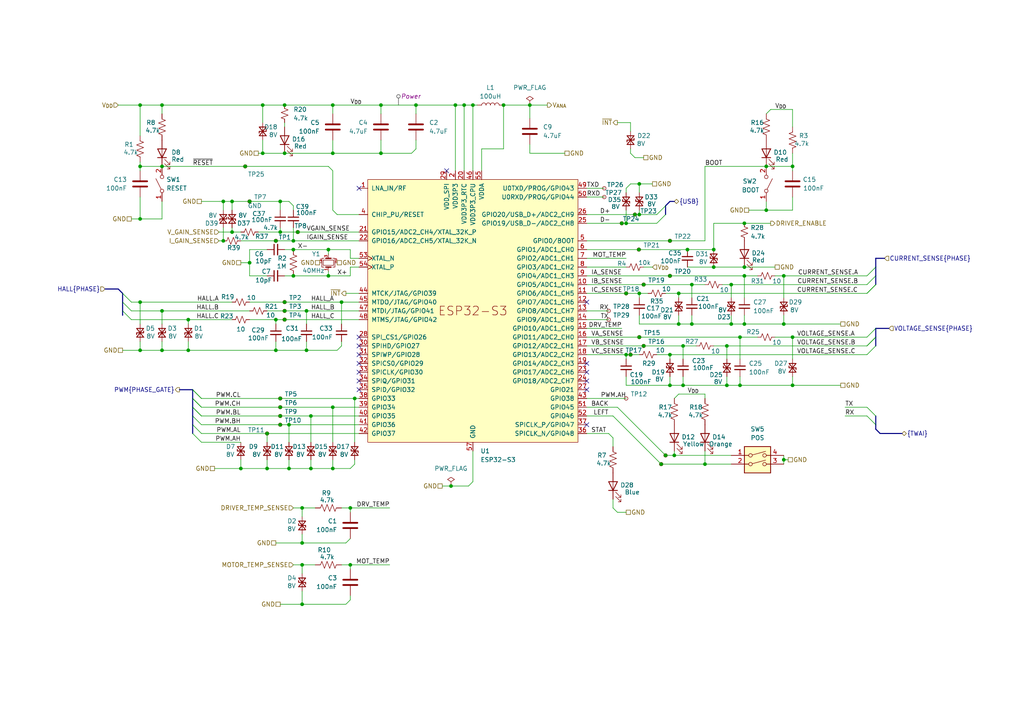
<source format=kicad_sch>
(kicad_sch (version 20231120) (generator "eeschema") (generator_version "8.0")
  (paper "A4")
  (title_block (title "Motor Controller") (date "2024-04-04") (rev "0.1.1") (company "Nebula Labs") (comment 1 "Author: Orion Serup") (comment 2 "CC BY-SA"))
  (bus_alias "I2C" (members "SDA" "SCL"))
  (bus_alias "PHASE" (members "A" "B" "C"))
  (bus_alias "PHASE_GATE" (members "AH" "AL" "BH" "BL" "CH" "CL"))
  (bus_alias "TWAI" (members "TX" "RX"))
  (bus_alias "UART" (members "TX" "RX"))
  (bus_alias "USB" (members "D-" "D+"))
  (junction (at 200.66 82.55))
  (junction (at 215.9 93.98))
  (junction (at 82.55 87.63))
  (junction (at 82.55 44.45))
  (junction (at 83.82 123.19))
  (junction (at 67.31 67.31))
  (junction (at 40.64 63.5))
  (junction (at 76.2 30.48))
  (junction (at 229.87 97.79))
  (junction (at 90.17 120.65))
  (junction (at 95.25 80.01))
  (junction (at 81.28 67.31))
  (junction (at 69.85 135.89))
  (junction (at 185.42 85.09))
  (junction (at 85.09 80.01))
  (junction (at 83.82 135.89))
  (junction (at 80.01 92.71))
  (junction (at 110.49 44.45))
  (junction (at 214.63 111.76))
  (junction (at 181.61 85.09))
  (junction (at 54.61 92.71))
  (junction (at 81.28 58.42))
  (junction (at 46.99 48.26))
  (junction (at 204.47 134.62))
  (junction (at 102.87 115.57))
  (junction (at 86.36 67.31))
  (junction (at 229.87 111.76))
  (junction (at 153.67 30.48))
  (junction (at 85.09 72.39))
  (junction (at 87.63 175.26))
  (junction (at 64.77 58.42))
  (junction (at 185.42 97.79))
  (junction (at 180.34 64.77))
  (junction (at 81.28 115.57))
  (junction (at 81.28 123.19))
  (junction (at 186.69 82.55))
  (junction (at 40.64 30.48))
  (junction (at 181.61 64.77))
  (junction (at 90.17 135.89))
  (junction (at 110.49 30.48))
  (junction (at 207.01 72.39))
  (junction (at 215.9 80.01))
  (junction (at 200.66 93.98))
  (junction (at 191.77 134.62))
  (junction (at 186.69 100.33))
  (junction (at 195.58 132.08))
  (junction (at 199.39 72.39))
  (junction (at 194.31 69.85))
  (junction (at 198.12 111.76))
  (junction (at 40.64 48.26))
  (junction (at 81.28 120.65))
  (junction (at 82.55 30.48))
  (junction (at 101.6 147.32))
  (junction (at 120.65 30.48))
  (junction (at 88.9 101.6))
  (junction (at 76.2 44.45))
  (junction (at 227.33 80.01))
  (junction (at 222.25 48.26))
  (junction (at 95.25 72.39))
  (junction (at 193.04 132.08))
  (junction (at 137.16 30.48))
  (junction (at 207.01 77.47))
  (junction (at 46.99 90.17))
  (junction (at 40.64 87.63))
  (junction (at 77.47 135.89))
  (junction (at 87.63 147.32))
  (junction (at 227.33 133.35))
  (junction (at 196.85 85.09))
  (junction (at 215.9 64.77))
  (junction (at 54.61 101.6))
  (junction (at 80.01 69.85))
  (junction (at 215.9 77.47))
  (junction (at 196.85 93.98))
  (junction (at 181.61 102.87))
  (junction (at 130.81 140.97))
  (junction (at 72.39 76.2))
  (junction (at 71.12 48.26))
  (junction (at 229.87 48.26))
  (junction (at 46.99 30.48))
  (junction (at 194.31 80.01))
  (junction (at 72.39 58.42))
  (junction (at 77.47 125.73))
  (junction (at 214.63 97.79))
  (junction (at 212.09 82.55))
  (junction (at 96.52 30.48))
  (junction (at 87.63 163.83))
  (junction (at 85.09 69.85))
  (junction (at 82.55 92.71))
  (junction (at 96.52 118.11))
  (junction (at 99.06 87.63))
  (junction (at 88.9 90.17))
  (junction (at 227.33 93.98))
  (junction (at 64.77 69.85))
  (junction (at 184.15 62.23))
  (junction (at 67.31 58.42))
  (junction (at 185.42 62.23))
  (junction (at 146.05 30.48))
  (junction (at 101.6 163.83))
  (junction (at 87.63 157.48))
  (junction (at 40.64 101.6))
  (junction (at 210.82 100.33))
  (junction (at 198.12 100.33))
  (junction (at 96.52 44.45))
  (junction (at 194.31 102.87))
  (junction (at 210.82 111.76))
  (junction (at 80.01 101.6))
  (junction (at 182.88 102.87))
  (junction (at 96.52 135.89))
  (junction (at 46.99 101.6))
  (junction (at 185.42 53.34))
  (junction (at 132.08 30.48))
  (junction (at 185.2993 72.39))
  (junction (at 82.55 90.17))
  (junction (at 212.09 93.98))
  (junction (at 81.28 118.11))
  (junction (at 134.62 30.48))
  (junction (at 222.25 60.96))
  (junction (at 194.31 111.76))
  (no_connect (at 104.14 107.95))
  (no_connect (at 170.18 123.19))
  (no_connect (at 104.14 102.87))
  (no_connect (at 104.14 110.49))
  (no_connect (at 170.18 107.95))
  (no_connect (at 104.14 105.41))
  (no_connect (at 104.14 54.61))
  (no_connect (at 170.18 105.41))
  (no_connect (at 170.18 110.49))
  (no_connect (at 104.14 100.33))
  (no_connect (at 170.18 87.63))
  (no_connect (at 170.18 113.03))
  (no_connect (at 104.14 97.79))
  (no_connect (at 104.14 113.03))
  (no_connect (at 129.54 49.53))
  (bus_entry (at 254 97.79) (size -2.54 2.54))
  (bus_entry (at 193.04 59.69) (size -2.54 2.54))
  (bus_entry (at 254 77.47) (size -2.54 2.54))
  (bus_entry (at 254 100.33) (size -2.54 2.54))
  (bus_entry (at 193.04 62.23) (size -2.54 2.54))
  (bus_entry (at 55.88 118.11) (size 2.54 2.54))
  (bus_entry (at 55.88 118.11) (size 2.54 2.54))
  (bus_entry (at 254 95.25) (size -2.54 2.54))
  (bus_entry (at 55.88 113.03) (size 2.54 2.54))
  (bus_entry (at 55.88 115.57) (size 2.54 2.54))
  (bus_entry (at 254 120.65) (size -2.54 -2.54))
  (bus_entry (at 35.56 87.63) (size 2.54 2.54))
  (bus_entry (at 254 82.55) (size -2.54 2.54))
  (bus_entry (at 35.56 90.17) (size 2.54 2.54))
  (bus_entry (at 55.88 113.03) (size 2.54 2.54))
  (bus_entry (at 254 123.19) (size -2.54 -2.54))
  (bus_entry (at 35.56 85.09) (size 2.54 2.54))
  (bus_entry (at 55.88 125.73) (size 2.54 2.54))
  (bus_entry (at 55.88 123.19) (size 2.54 2.54))
  (bus_entry (at 254 80.01) (size -2.54 2.54))
  (bus_entry (at 55.88 120.65) (size 2.54 2.54))
  (bus_entry (at 254 82.55) (size -2.54 2.54))
  (bus_entry (at 254 97.79) (size -2.54 2.54))
  (bus_entry (at 55.88 115.57) (size 2.54 2.54))
  (wire (pts (xy 80.01 92.71) (xy 82.55 92.71)))
  (wire (pts (xy 54.61 101.6) (xy 80.01 101.6)))
  (wire (pts (xy 224.79 97.79) (xy 229.87 97.79)))
  (wire (pts (xy 99.06 99.06) (xy 99.06 100.33)))
  (wire (pts (xy 101.6 77.47) (xy 104.14 77.47)))
  (wire (pts (xy 207.01 77.47) (xy 215.9 77.47)))
  (wire (pts (xy 200.66 91.44) (xy 200.66 93.98)))
  (wire (pts (xy 67.31 58.42) (xy 67.31 60.96)))
  (wire (pts (xy 72.39 92.71) (xy 80.01 92.71)))
  (wire (pts (xy 58.42 58.42) (xy 64.77 58.42)))
  (wire (pts (xy 46.99 30.48) (xy 46.99 33.02)))
  (wire (pts (xy 96.52 135.89) (xy 101.6 135.89)))
  (wire (pts (xy 200.66 82.55) (xy 204.47 82.55)))
  (wire (pts (xy 90.17 133.35) (xy 90.17 135.89)))
  (bus (pts (xy 254 97.79) (xy 254 100.33)))
  (wire (pts (xy 34.29 30.48) (xy 40.64 30.48)))
  (wire (pts (xy 227.33 133.35) (xy 228.6 133.35)))
  (wire (pts (xy 96.52 40.64) (xy 96.52 44.45)))
  (wire (pts (xy 110.49 30.48) (xy 110.49 33.02)))
  (wire (pts (xy 245.11 120.65) (xy 251.46 120.65)))
  (wire (pts (xy 99.06 87.63) (xy 99.06 93.98)))
  (wire (pts (xy 194.31 109.22) (xy 194.31 111.76)))
  (wire (pts (xy 46.99 48.26) (xy 71.12 48.26)))
  (wire (pts (xy 200.66 82.55) (xy 200.66 86.36)))
  (wire (pts (xy 181.61 102.87) (xy 182.88 102.87)))
  (bus (pts (xy 35.56 85.09) (xy 35.56 87.63)))
  (wire (pts (xy 214.63 97.79) (xy 219.71 97.79)))
  (wire (pts (xy 87.63 154.94) (xy 87.63 157.48)))
  (wire (pts (xy 204.47 48.26) (xy 222.25 48.26)))
  (wire (pts (xy 186.69 77.47) (xy 189.23 77.47)))
  (wire (pts (xy 196.85 85.09) (xy 251.46 85.09)))
  (wire (pts (xy 38.1 63.5) (xy 40.64 63.5)))
  (wire (pts (xy 184.15 45.72) (xy 182.88 44.45)))
  (wire (pts (xy 132.08 30.48) (xy 132.08 49.53)))
  (wire (pts (xy 212.09 82.55) (xy 212.09 86.36)))
  (wire (pts (xy 81.28 123.19) (xy 83.82 123.19)))
  (wire (pts (xy 212.09 82.55) (xy 251.46 82.55)))
  (wire (pts (xy 95.25 80.01) (xy 101.6 80.01)))
  (wire (pts (xy 83.82 135.89) (xy 90.17 135.89)))
  (wire (pts (xy 101.6 135.89) (xy 102.87 134.62)))
  (wire (pts (xy 153.67 30.48) (xy 158.75 30.48)))
  (wire (pts (xy 229.87 31.75) (xy 229.87 36.83)))
  (wire (pts (xy 179.07 118.11) (xy 193.04 132.08)))
  (bus (pts (xy 35.56 90.17) (xy 35.56 91.44)))
  (bus (pts (xy 55.88 120.65) (xy 55.88 123.19)))
  (wire (pts (xy 146.05 30.48) (xy 146.05 43.18)))
  (wire (pts (xy 101.6 163.83) (xy 113.03 163.83)))
  (wire (pts (xy 58.42 115.57) (xy 81.28 115.57)))
  (wire (pts (xy 82.55 72.39) (xy 85.09 72.39)))
  (wire (pts (xy 184.15 62.23) (xy 185.42 62.23)))
  (wire (pts (xy 81.28 67.31) (xy 86.36 67.31)))
  (wire (pts (xy 81.28 66.04) (xy 81.28 67.31)))
  (wire (pts (xy 87.63 175.26) (xy 100.33 175.26)))
  (wire (pts (xy 80.01 157.48) (xy 87.63 157.48)))
  (wire (pts (xy 40.64 46.99) (xy 40.64 48.26)))
  (wire (pts (xy 185.42 60.96) (xy 185.42 62.23)))
  (wire (pts (xy 195.58 132.08) (xy 212.09 132.08)))
  (wire (pts (xy 177.8 144.78) (xy 177.8 147.32)))
  (wire (pts (xy 58.42 123.19) (xy 81.28 123.19)))
  (wire (pts (xy 85.09 147.32) (xy 87.63 147.32)))
  (wire (pts (xy 229.87 97.79) (xy 251.46 97.79)))
  (wire (pts (xy 176.53 90.17) (xy 170.18 90.17)))
  (wire (pts (xy 77.47 133.35) (xy 77.47 135.89)))
  (wire (pts (xy 193.04 85.09) (xy 196.85 85.09)))
  (wire (pts (xy 227.33 132.08) (xy 227.33 133.35)))
  (wire (pts (xy 110.49 40.64) (xy 110.49 44.45)))
  (wire (pts (xy 62.23 135.89) (xy 69.85 135.89)))
  (wire (pts (xy 100.33 175.26) (xy 101.6 173.99)))
  (wire (pts (xy 72.39 58.42) (xy 81.28 58.42)))
  (wire (pts (xy 46.99 99.06) (xy 46.99 101.6)))
  (bus (pts (xy 194.31 58.42) (xy 193.04 59.69)))
  (wire (pts (xy 170.18 85.09) (xy 181.61 85.09)))
  (wire (pts (xy 146.05 30.48) (xy 153.67 30.48)))
  (bus (pts (xy 255.27 125.73) (xy 254 124.46)))
  (wire (pts (xy 196.85 114.3) (xy 204.47 114.3)))
  (wire (pts (xy 170.18 82.55) (xy 186.69 82.55)))
  (wire (pts (xy 195.58 115.57) (xy 196.85 114.3)))
  (wire (pts (xy 194.31 80.01) (xy 215.9 80.01)))
  (wire (pts (xy 210.82 100.33) (xy 210.82 104.14)))
  (wire (pts (xy 64.77 58.42) (xy 64.77 60.96)))
  (wire (pts (xy 229.87 48.26) (xy 229.87 49.53)))
  (wire (pts (xy 77.47 125.73) (xy 77.47 128.27)))
  (wire (pts (xy 46.99 30.48) (xy 76.2 30.48)))
  (wire (pts (xy 181.61 77.47) (xy 170.18 77.47)))
  (wire (pts (xy 214.63 97.79) (xy 214.63 104.14)))
  (wire (pts (xy 170.18 62.23) (xy 184.15 62.23)))
  (wire (pts (xy 137.16 130.81) (xy 137.16 139.7)))
  (wire (pts (xy 170.18 54.61) (xy 175.26 54.61)))
  (bus (pts (xy 193.04 59.69) (xy 193.04 62.23)))
  (wire (pts (xy 210.82 111.76) (xy 214.63 111.76)))
  (wire (pts (xy 72.39 72.39) (xy 77.47 72.39)))
  (wire (pts (xy 186.69 82.55) (xy 200.66 82.55)))
  (wire (pts (xy 99.06 163.83) (xy 101.6 163.83)))
  (wire (pts (xy 40.64 57.15) (xy 40.64 63.5)))
  (wire (pts (xy 40.64 87.63) (xy 38.1 87.63)))
  (wire (pts (xy 46.99 90.17) (xy 38.1 90.17)))
  (wire (pts (xy 81.28 175.26) (xy 87.63 175.26)))
  (wire (pts (xy 58.42 128.27) (xy 69.85 128.27)))
  (wire (pts (xy 204.47 134.62) (xy 191.77 134.62)))
  (wire (pts (xy 96.52 44.45) (xy 110.49 44.45)))
  (wire (pts (xy 132.08 30.48) (xy 134.62 30.48)))
  (bus (pts (xy 254 123.19) (xy 254 124.46)))
  (wire (pts (xy 80.01 69.85) (xy 85.09 69.85)))
  (wire (pts (xy 119.38 44.45) (xy 120.65 43.18)))
  (wire (pts (xy 40.64 30.48) (xy 40.64 39.37)))
  (wire (pts (xy 137.16 30.48) (xy 138.43 30.48)))
  (wire (pts (xy 81.28 118.11) (xy 96.52 118.11)))
  (wire (pts (xy 193.04 132.08) (xy 195.58 132.08)))
  (wire (pts (xy 200.66 93.98) (xy 212.09 93.98)))
  (wire (pts (xy 196.85 93.98) (xy 200.66 93.98)))
  (wire (pts (xy 54.61 93.98) (xy 54.61 92.71)))
  (wire (pts (xy 170.18 74.93) (xy 181.61 74.93)))
  (wire (pts (xy 69.85 133.35) (xy 69.85 135.89)))
  (wire (pts (xy 74.93 44.45) (xy 76.2 44.45)))
  (wire (pts (xy 95.25 72.39) (xy 95.25 73.66)))
  (wire (pts (xy 72.39 76.2) (xy 72.39 80.01)))
  (wire (pts (xy 229.87 44.45) (xy 229.87 48.26)))
  (wire (pts (xy 82.55 80.01) (xy 85.09 80.01)))
  (wire (pts (xy 96.52 30.48) (xy 96.52 33.02)))
  (wire (pts (xy 170.18 95.25) (xy 180.34 95.25)))
  (wire (pts (xy 128.27 140.97) (xy 130.81 140.97)))
  (wire (pts (xy 217.17 60.96) (xy 222.25 60.96)))
  (wire (pts (xy 176.53 125.73) (xy 177.8 127)))
  (wire (pts (xy 69.85 76.2) (xy 72.39 76.2)))
  (wire (pts (xy 224.79 80.01) (xy 227.33 80.01)))
  (wire (pts (xy 204.47 114.3) (xy 204.47 115.57)))
  (wire (pts (xy 95.25 48.26) (xy 96.52 49.53)))
  (wire (pts (xy 214.63 109.22) (xy 214.63 111.76)))
  (wire (pts (xy 102.87 115.57) (xy 102.87 128.27)))
  (wire (pts (xy 101.6 172.72) (xy 101.6 173.99)))
  (wire (pts (xy 90.17 120.65) (xy 90.17 128.27)))
  (wire (pts (xy 204.47 69.85) (xy 194.31 69.85)))
  (wire (pts (xy 135.89 140.97) (xy 137.16 139.7)))
  (bus (pts (xy 35.56 87.63) (xy 35.56 90.17)))
  (wire (pts (xy 185.42 91.44) (xy 185.42 93.98)))
  (wire (pts (xy 87.63 171.45) (xy 87.63 175.26)))
  (wire (pts (xy 101.6 74.93) (xy 104.14 74.93)))
  (wire (pts (xy 97.79 62.23) (xy 96.52 60.96)))
  (wire (pts (xy 46.99 90.17) (xy 72.39 90.17)))
  (wire (pts (xy 182.88 35.56) (xy 182.88 38.1)))
  (wire (pts (xy 215.9 77.47) (xy 224.79 77.47)))
  (wire (pts (xy 38.1 92.71) (xy 54.61 92.71)))
  (bus (pts (xy 55.88 118.11) (xy 55.88 120.65)))
  (wire (pts (xy 101.6 163.83) (xy 101.6 165.1)))
  (wire (pts (xy 95.25 72.39) (xy 101.6 72.39)))
  (wire (pts (xy 102.87 115.57) (xy 104.14 115.57)))
  (wire (pts (xy 243.84 111.76) (xy 229.87 111.76)))
  (wire (pts (xy 194.31 111.76) (xy 181.61 111.76)))
  (wire (pts (xy 212.09 91.44) (xy 212.09 93.98)))
  (wire (pts (xy 88.9 101.6) (xy 97.79 101.6)))
  (wire (pts (xy 181.61 54.61) (xy 181.61 55.88)))
  (wire (pts (xy 215.9 91.44) (xy 215.9 93.98)))
  (wire (pts (xy 72.39 72.39) (xy 72.39 76.2)))
  (wire (pts (xy 85.09 163.83) (xy 87.63 163.83)))
  (wire (pts (xy 82.55 35.56) (xy 82.55 36.83)))
  (wire (pts (xy 189.23 53.34) (xy 185.42 53.34)))
  (wire (pts (xy 170.18 102.87) (xy 181.61 102.87)))
  (wire (pts (xy 87.63 147.32) (xy 87.63 149.86)))
  (wire (pts (xy 196.85 91.44) (xy 196.85 93.98)))
  (wire (pts (xy 87.63 147.32) (xy 91.44 147.32)))
  (wire (pts (xy 199.39 72.39) (xy 207.01 72.39)))
  (wire (pts (xy 58.42 125.73) (xy 77.47 125.73)))
  (wire (pts (xy 110.49 30.48) (xy 120.65 30.48)))
  (wire (pts (xy 181.61 148.59) (xy 179.07 148.59)))
  (wire (pts (xy 170.18 97.79) (xy 185.42 97.79)))
  (wire (pts (xy 95.25 78.74) (xy 95.25 80.01)))
  (wire (pts (xy 170.18 80.01) (xy 194.31 80.01)))
  (wire (pts (xy 99.06 87.63) (xy 104.14 87.63)))
  (wire (pts (xy 72.39 87.63) (xy 82.55 87.63)))
  (wire (pts (xy 198.12 111.76) (xy 210.82 111.76)))
  (wire (pts (xy 64.77 66.04) (xy 64.77 69.85)))
  (wire (pts (xy 80.01 92.71) (xy 80.01 93.98)))
  (wire (pts (xy 212.09 93.98) (xy 215.9 93.98)))
  (wire (pts (xy 153.67 44.45) (xy 163.83 44.45)))
  (wire (pts (xy 185.42 62.23) (xy 190.5 62.23)))
  (wire (pts (xy 227.33 91.44) (xy 227.33 93.98)))
  (wire (pts (xy 182.88 43.18) (xy 182.88 44.45)))
  (wire (pts (xy 212.09 134.62) (xy 204.47 134.62)))
  (wire (pts (xy 81.28 58.42) (xy 81.28 60.96)))
  (bus (pts (xy 55.88 123.19) (xy 55.88 125.73)))
  (wire (pts (xy 176.53 92.71) (xy 170.18 92.71)))
  (wire (pts (xy 63.5 69.85) (xy 64.77 69.85)))
  (wire (pts (xy 76.2 44.45) (xy 82.55 44.45)))
  (wire (pts (xy 74.93 67.31) (xy 81.28 67.31)))
  (wire (pts (xy 181.61 109.22) (xy 181.61 111.76)))
  (wire (pts (xy 181.61 64.77) (xy 190.5 64.77)))
  (wire (pts (xy 170.18 125.73) (xy 176.53 125.73)))
  (wire (pts (xy 100.33 85.09) (xy 104.14 85.09)))
  (wire (pts (xy 110.49 44.45) (xy 119.38 44.45)))
  (wire (pts (xy 96.52 30.48) (xy 110.49 30.48)))
  (bus (pts (xy 55.88 113.03) (xy 52.07 113.03)))
  (wire (pts (xy 215.9 80.01) (xy 219.71 80.01)))
  (wire (pts (xy 96.52 133.35) (xy 96.52 135.89)))
  (wire (pts (xy 198.12 100.33) (xy 201.93 100.33)))
  (wire (pts (xy 67.31 67.31) (xy 69.85 67.31)))
  (bus (pts (xy 254 77.47) (xy 254 80.01)))
  (wire (pts (xy 223.52 31.75) (xy 229.87 31.75)))
  (wire (pts (xy 85.09 66.04) (xy 85.09 69.85)))
  (wire (pts (xy 72.39 80.01) (xy 77.47 80.01)))
  (wire (pts (xy 76.2 30.48) (xy 76.2 35.56)))
  (bus (pts (xy 254 74.93) (xy 254 77.47)))
  (wire (pts (xy 82.55 87.63) (xy 99.06 87.63)))
  (wire (pts (xy 67.31 66.04) (xy 67.31 67.31)))
  (wire (pts (xy 199.39 77.47) (xy 207.01 77.47)))
  (wire (pts (xy 222.25 60.96) (xy 229.87 60.96)))
  (wire (pts (xy 204.47 130.81) (xy 204.47 134.62)))
  (wire (pts (xy 170.18 120.65) (xy 177.8 120.65)))
  (wire (pts (xy 182.88 102.87) (xy 185.42 102.87)))
  (wire (pts (xy 58.42 118.11) (xy 81.28 118.11)))
  (wire (pts (xy 83.82 133.35) (xy 83.82 135.89)))
  (wire (pts (xy 229.87 111.76) (xy 214.63 111.76)))
  (wire (pts (xy 120.65 30.48) (xy 120.65 33.02)))
  (wire (pts (xy 120.65 30.48) (xy 132.08 30.48)))
  (wire (pts (xy 101.6 147.32) (xy 101.6 148.59)))
  (wire (pts (xy 46.99 58.42) (xy 46.99 63.5)))
  (wire (pts (xy 204.47 48.26) (xy 204.47 69.85)))
  (wire (pts (xy 40.64 48.26) (xy 40.64 49.53)))
  (wire (pts (xy 64.77 58.42) (xy 67.31 58.42)))
  (wire (pts (xy 85.09 80.01) (xy 95.25 80.01)))
  (wire (pts (xy 85.09 59.69) (xy 85.09 60.96)))
  (wire (pts (xy 194.31 102.87) (xy 194.31 104.14)))
  (bus (pts (xy 254 80.01) (xy 254 82.55)))
  (wire (pts (xy 170.18 115.57) (xy 181.61 115.57)))
  (wire (pts (xy 82.55 30.48) (xy 96.52 30.48)))
  (wire (pts (xy 80.01 99.06) (xy 80.01 101.6)))
  (wire (pts (xy 223.52 64.77) (xy 215.9 64.77)))
  (wire (pts (xy 207.01 64.77) (xy 207.01 72.39)))
  (wire (pts (xy 194.31 69.85) (xy 170.18 69.85)))
  (wire (pts (xy 153.67 41.91) (xy 153.67 44.45)))
  (wire (pts (xy 40.64 101.6) (xy 46.99 101.6)))
  (wire (pts (xy 215.9 80.01) (xy 215.9 86.36)))
  (wire (pts (xy 185.42 97.79) (xy 214.63 97.79)))
  (wire (pts (xy 179.07 148.59) (xy 177.8 147.32)))
  (wire (pts (xy 87.63 163.83) (xy 91.44 163.83)))
  (wire (pts (xy 102.87 133.35) (xy 102.87 134.62)))
  (wire (pts (xy 101.6 147.32) (xy 113.03 147.32)))
  (bus (pts (xy 255.27 125.73) (xy 261.62 125.73)))
  (wire (pts (xy 223.52 31.75) (xy 222.25 33.02)))
  (wire (pts (xy 54.61 99.06) (xy 54.61 101.6)))
  (wire (pts (xy 227.33 80.01) (xy 227.33 86.36)))
  (bus (pts (xy 55.88 115.57) (xy 55.88 118.11)))
  (wire (pts (xy 101.6 77.47) (xy 101.6 80.01)))
  (wire (pts (xy 81.28 58.42) (xy 83.82 58.42)))
  (wire (pts (xy 195.58 130.81) (xy 195.58 132.08)))
  (wire (pts (xy 181.61 102.87) (xy 181.61 104.14)))
  (wire (pts (xy 101.6 72.39) (xy 101.6 74.93)))
  (wire (pts (xy 170.18 118.11) (xy 179.07 118.11)))
  (wire (pts (xy 179.07 35.56) (xy 182.88 35.56)))
  (wire (pts (xy 245.11 118.11) (xy 251.46 118.11)))
  (wire (pts (xy 67.31 58.42) (xy 72.39 58.42)))
  (wire (pts (xy 40.64 48.26) (xy 46.99 48.26)))
  (wire (pts (xy 130.81 140.97) (xy 135.89 140.97)))
  (wire (pts (xy 87.63 157.48) (xy 100.33 157.48)))
  (wire (pts (xy 77.47 135.89) (xy 83.82 135.89)))
  (wire (pts (xy 210.82 100.33) (xy 251.46 100.33)))
  (wire (pts (xy 83.82 123.19) (xy 83.82 128.27)))
  (bus (pts (xy 254 120.65) (xy 254 123.19)))
  (wire (pts (xy 186.69 45.72) (xy 184.15 45.72)))
  (wire (pts (xy 88.9 99.06) (xy 88.9 101.6)))
  (wire (pts (xy 96.52 49.53) (xy 96.52 60.96)))
  (wire (pts (xy 69.85 69.85) (xy 80.01 69.85)))
  (wire (pts (xy 83.82 58.42) (xy 85.09 59.69)))
  (wire (pts (xy 134.62 30.48) (xy 137.16 30.48)))
  (wire (pts (xy 82.55 92.71) (xy 104.14 92.71)))
  (wire (pts (xy 76.2 40.64) (xy 76.2 44.45)))
  (wire (pts (xy 82.55 90.17) (xy 88.9 90.17)))
  (wire (pts (xy 185.42 53.34) (xy 182.88 53.34)))
  (wire (pts (xy 40.64 87.63) (xy 67.31 87.63)))
  (wire (pts (xy 83.82 123.19) (xy 104.14 123.19)))
  (wire (pts (xy 181.61 60.96) (xy 181.61 64.77)))
  (wire (pts (xy 134.62 30.48) (xy 134.62 49.53)))
  (wire (pts (xy 81.28 115.57) (xy 102.87 115.57)))
  (wire (pts (xy 85.09 69.85) (xy 104.14 69.85)))
  (bus (pts (xy 254 95.25) (xy 257.81 95.25)))
  (wire (pts (xy 104.14 62.23) (xy 97.79 62.23)))
  (wire (pts (xy 185.42 53.34) (xy 185.42 55.88)))
  (wire (pts (xy 177.8 127) (xy 177.8 129.54)))
  (wire (pts (xy 227.33 93.98) (xy 243.84 93.98)))
  (bus (pts (xy 194.31 58.42) (xy 195.58 58.42)))
  (wire (pts (xy 190.5 102.87) (xy 194.31 102.87)))
  (bus (pts (xy 34.29 83.82) (xy 35.56 85.09)))
  (wire (pts (xy 227.33 133.35) (xy 227.33 134.62)))
  (bus (pts (xy 55.88 113.03) (xy 55.88 115.57)))
  (wire (pts (xy 177.8 120.65) (xy 191.77 134.62)))
  (wire (pts (xy 87.63 163.83) (xy 87.63 166.37)))
  (wire (pts (xy 63.5 67.31) (xy 67.31 67.31)))
  (wire (pts (xy 90.17 120.65) (xy 104.14 120.65)))
  (wire (pts (xy 185.42 93.98) (xy 196.85 93.98)))
  (wire (pts (xy 76.2 30.48) (xy 82.55 30.48)))
  (wire (pts (xy 170.18 57.15) (xy 175.26 57.15)))
  (bus (pts (xy 254 74.93) (xy 256.54 74.93)))
  (wire (pts (xy 77.47 125.73) (xy 104.14 125.73)))
  (wire (pts (xy 58.42 120.65) (xy 81.28 120.65)))
  (wire (pts (xy 139.7 43.18) (xy 146.05 43.18)))
  (bus (pts (xy 34.29 83.82) (xy 30.48 83.82)))
  (wire (pts (xy 82.55 44.45) (xy 96.52 44.45)))
  (wire (pts (xy 227.33 80.01) (xy 251.46 80.01)))
  (wire (pts (xy 96.52 118.11) (xy 96.52 128.27)))
  (wire (pts (xy 40.64 99.06) (xy 40.64 101.6)))
  (wire (pts (xy 137.16 30.48) (xy 137.16 49.53)))
  (wire (pts (xy 215.9 93.98) (xy 227.33 93.98)))
  (wire (pts (xy 153.67 30.48) (xy 153.67 34.29)))
  (wire (pts (xy 71.12 48.26) (xy 95.25 48.26)))
  (wire (pts (xy 222.25 58.42) (xy 222.25 60.96)))
  (wire (pts (xy 35.56 101.6) (xy 40.64 101.6)))
  (wire (pts (xy 170.18 100.33) (xy 186.69 100.33)))
  (wire (pts (xy 46.99 101.6) (xy 54.61 101.6)))
  (bus (pts (xy 254 95.25) (xy 254 97.79)))
  (wire (pts (xy 229.87 97.79) (xy 229.87 104.14)))
  (wire (pts (xy 170.18 64.77) (xy 180.34 64.77)))
  (wire (pts (xy 207.01 100.33) (xy 210.82 100.33)))
  (wire (pts (xy 198.12 111.76) (xy 194.31 111.76)))
  (wire (pts (xy 99.06 100.33) (xy 97.79 101.6)))
  (wire (pts (xy 40.64 87.63) (xy 40.64 93.98)))
  (wire (pts (xy 88.9 90.17) (xy 88.9 93.98)))
  (wire (pts (xy 229.87 57.15) (xy 229.87 60.96)))
  (wire (pts (xy 46.99 90.17) (xy 46.99 93.98)))
  (wire (pts (xy 198.12 109.22) (xy 198.12 111.76)))
  (wire (pts (xy 198.12 100.33) (xy 198.12 104.14)))
  (wire (pts (xy 215.9 64.77) (xy 207.01 64.77)))
  (wire (pts (xy 81.28 120.65) (xy 90.17 120.65)))
  (wire (pts (xy 186.69 100.33) (xy 198.12 100.33)))
  (wire (pts (xy 185.42 85.09) (xy 185.42 86.36)))
  (wire (pts (xy 185.42 85.09) (xy 187.96 85.09)))
  (wire (pts (xy 170.18 72.39) (xy 185.2993 72.39)))
  (wire (pts (xy 209.55 82.55) (xy 212.09 82.55)))
  (wire (pts (xy 120.65 40.64) (xy 120.65 43.18)))
  (wire (pts (xy 88.9 90.17) (xy 104.14 90.17)))
  (wire (pts (xy 85.09 72.39) (xy 95.25 72.39)))
  (wire (pts (xy 86.36 67.31) (xy 104.14 67.31)))
  (wire (pts (xy 80.01 101.6) (xy 88.9 101.6)))
  (wire (pts (xy 229.87 109.22) (xy 229.87 111.76)))
  (wire (pts (xy 90.17 135.89) (xy 96.52 135.89)))
  (wire (pts (xy 181.61 85.09) (xy 185.42 85.09)))
  (wire (pts (xy 194.31 102.87) (xy 251.46 102.87)))
  (wire (pts (xy 54.61 92.71) (xy 67.31 92.71)))
  (wire (pts (xy 96.52 118.11) (xy 104.14 118.11)))
  (wire (pts (xy 181.61 64.77) (xy 180.34 64.77)))
  (wire (pts (xy 99.06 147.32) (xy 101.6 147.32)))
  (wire (pts (xy 69.85 135.89) (xy 77.47 135.89)))
  (wire (pts (xy 77.47 90.17) (xy 82.55 90.17)))
  (wire (pts (xy 182.88 53.34) (xy 181.61 54.61)))
  (wire (pts (xy 139.7 43.18) (xy 139.7 49.53)))
  (wire (pts (xy 210.82 109.22) (xy 210.82 111.76)))
  (wire (pts (xy 185.2993 72.39) (xy 199.39 72.39)))
  (wire (pts (xy 229.87 48.26) (xy 222.25 48.26)))
  (wire (pts (xy 40.64 63.5) (xy 46.99 63.5)))
  (wire (pts (xy 196.85 85.09) (xy 196.85 86.36)))
  (wire (pts (xy 100.33 157.48) (xy 101.6 156.21)))
  (wire (pts (xy 40.64 30.48) (xy 46.99 30.48)))
  (label "LEFT" (at 176.53 120.65 180))
  (label "PWM.BL" (at 69.85 120.65 180))
  (label "CURRENT_SENSE.C" (at 231.14 85.09 0))
  (label "CURRENT_SENSE.A" (at 248.92 80.01 180))
  (label "TX" (at 176.53 92.71 180))
  (label "MOT_TEMP" (at 181.61 74.93 180))
  (label "RX" (at 176.53 90.17 180))
  (label "DRV_TEMP" (at 180.34 95.25 180))
  (label "RXD" (at 170.18 57.15 0))
  (label "PWM.AL" (at 69.85 125.73 180))
  (label "V_{DD}" (at 224.79 31.75 0))
  (label "PWM.BH" (at 69.85 123.19 180))
  (label "IB_SENSE" (at 171.45 82.55 0))
  (label "PWM.CL" (at 69.85 115.57 180))
  (label "BOOT" (at 204.47 48.26 0))
  (label "X-" (at 86.36 72.39 0))
  (label "IC_SENSE" (at 171.45 85.09 0))
  (label "D-" (at 173.99 64.77 0))
  (label "VB_SENSE" (at 171.45 100.33 0))
  (label "V_{DD}" (at 101.6 30.48 0))
  (label "TX" (at 245.11 118.11 0))
  (label "VC_SENSE" (at 171.45 102.87 0))
  (label "HALL_B" (at 90.17 90.17 0))
  (label "IA_SENSE" (at 171.45 80.01 0))
  (label "HALL.C" (at 63.5 92.71 180))
  (label "X+" (at 97.79 80.01 0))
  (label "CURRENT_SENSE.B" (at 248.92 82.55 180))
  (label "VOLTAGE_SENSE.A" (at 231.14 97.79 0))
  (label "V_{DD}" (at 199.39 114.3 0))
  (label "IGAIN_SENSE" (at 88.9 69.85 0))
  (label "~{RESET}" (at 55.88 48.26 0))
  (label "HALL_C" (at 90.17 92.71 0))
  (label "VA_SENSE" (at 171.45 97.79 0))
  (label "BACK" (at 176.53 118.11 180))
  (label "VGAIN_SENSE" (at 88.9 67.31 0))
  (label "PWM.CH" (at 69.85 118.11 180))
  (label "VOLTAGE_SENSE.C" (at 231.14 102.87 0))
  (label "PWM.AH" (at 181.61 115.57 180))
  (label "DRV_TEMP" (at 113.03 147.32 180))
  (label "HALL.A" (at 63.5 87.63 180))
  (label "HALL_A" (at 90.17 87.63 0))
  (label "RX" (at 245.11 120.65 0))
  (label "D+" (at 173.99 62.23 0))
  (label "VOLTAGE_SENSE.B" (at 231.14 100.33 0))
  (label "MOT_TEMP" (at 113.03 163.83 180))
  (label "TXD" (at 170.18 54.61 0))
  (label "PWM.AH" (at 69.85 128.27 180))
  (label "STAT" (at 171.45 125.73 0))
  (label "HALL.B" (at 63.5 90.17 180))
  (hierarchical_label "V_GAIN_SENSE" (shape input) (at 63.5 67.31 180))
  (hierarchical_label "GND" (shape passive) (at 181.61 148.59 0))
  (hierarchical_label "CURRENT_SENSE{PHASE}" (shape input) (at 256.54 74.93 0))
  (hierarchical_label "GND" (shape passive) (at 80.01 157.48 180))
  (hierarchical_label "HALL{PHASE}" (shape input) (at 30.48 83.82 180))
  (hierarchical_label "GND" (shape passive) (at 58.42 58.42 180))
  (hierarchical_label "GND" (shape passive) (at 128.27 140.97 180))
  (hierarchical_label "GND" (shape passive) (at 35.56 101.6 180))
  (hierarchical_label "{TWAI}" (shape bidirectional) (at 261.62 125.73 0))
  (hierarchical_label "V_{ANA}" (shape output) (at 158.75 30.48 0))
  (hierarchical_label "~{INT}" (shape output) (at 100.33 85.09 180))
  (hierarchical_label "{USB}" (shape bidirectional) (at 195.58 58.42 0))
  (hierarchical_label "~{INT}" (shape output) (at 179.07 35.56 180))
  (hierarchical_label "GND" (shape passive) (at 62.23 135.89 180))
  (hierarchical_label "DRIVER_ENABLE" (shape output) (at 223.52 64.77 0))
  (hierarchical_label "VOLTAGE_SENSE{PHASE}" (shape input) (at 257.81 95.25 0))
  (hierarchical_label "DRIVER_TEMP_SENSE" (shape input) (at 85.09 147.32 180))
  (hierarchical_label "GND" (shape passive) (at 228.6 133.35 0))
  (hierarchical_label "PWM{PHASE_GATE}" (shape output) (at 52.07 113.03 180))
  (hierarchical_label "GND" (shape passive) (at 69.85 76.2 180))
  (hierarchical_label "MOTOR_TEMP_SENSE" (shape input) (at 85.09 163.83 180))
  (hierarchical_label "GND" (shape passive) (at 163.83 44.45 0))
  (hierarchical_label "I_GAIN_SENSE" (shape input) (at 63.5 69.85 180))
  (hierarchical_label "GND" (shape passive) (at 189.23 53.34 0))
  (hierarchical_label "GND" (shape passive) (at 224.79 77.47 0))
  (hierarchical_label "V_{DD}" (shape input) (at 34.29 30.48 180))
  (hierarchical_label "GND" (shape passive) (at 97.79 76.2 0))
  (hierarchical_label "GND" (shape passive) (at 243.84 93.98 0))
  (hierarchical_label "GND" (shape passive) (at 92.71 76.2 180))
  (hierarchical_label "GND" (shape passive) (at 217.17 60.96 180))
  (hierarchical_label "GND" (shape passive) (at 74.93 44.45 180))
  (hierarchical_label "GND" (shape passive) (at 38.1 63.5 180))
  (hierarchical_label "GND" (shape passive) (at 186.69 45.72 0))
  (hierarchical_label "GND" (shape passive) (at 243.84 111.76 0))
  (hierarchical_label "GND" (shape passive) (at 81.28 175.26 180))
  (hierarchical_label "V_{DD}" (shape input) (at 189.23 77.47 0))
  (netclass_flag "" (length 2.54) (shape round) (at 115.57 30.48 0) (property "Netclass" "Power" (at 116.2685 27.94 0) (effects (font (italic yes)) (justify left))))
  (symbol (lib_id "Device:C_Small") (at 88.9 96.52 0) (unit 1)
    (property "Reference" "C31" (at 82.804 95.25 0) (effects (justify left)))
    (property "Value" "100nF" (at 81.534 98.298 0) (effects (justify left)))
    (property "Footprint" "Capacitor_SMD:C_0603_1608Metric" (effects (hide yes)))
    (property "Description" "Unpolarized capacitor, small symbol" (effects (hide yes)))
  )
  (symbol (lib_id "Device:R_Small_US") (at 222.25 80.01 90) (unit 1)
    (property "Reference" "R31" (at 219.71 81.534 90))
    (property "Value" "10" (at 225.298 81.534 90))
    (property "Footprint" "Resistor_SMD:R_0603_1608Metric" (effects (hide yes)))
    (property "Description" "Resistor, small US symbol" (effects (hide yes)))
  )
  (symbol (lib_id "Device:R_Small_US") (at 74.93 90.17 90) (unit 1)
    (property "Reference" "R21" (at 78.74 88.9 90))
    (property "Value" "10" (at 78.486 91.44 90))
    (property "Footprint" "Resistor_SMD:R_0603_1608Metric" (effects (hide yes)))
    (property "Description" "Resistor, small US symbol" (effects (hide yes)))
  )
  (symbol (lib_id "Device:LED") (at 82.55 40.64 90) (unit 1)
    (property "Reference" "D16" (at 86.614 40.386 90))
    (property "Value" "Red" (at 87.122 42.418 90))
    (property "Footprint" "LED_SMD:LED_0603_1608Metric" (effects (hide yes)))
    (property "Description" "Light emitting diode" (effects (hide yes)))
  )
  (symbol (lib_id "Device:R_Small_US") (at 207.01 82.55 90) (unit 1)
    (property "Reference" "R33" (at 203.2 81.026 90))
    (property "Value" "10" (at 210.058 84.074 90))
    (property "Footprint" "Resistor_SMD:R_0603_1608Metric" (effects (hide yes)))
    (property "Description" "Resistor, small US symbol" (effects (hide yes)))
  )
  (symbol (lib_id "Device:D_TVS_Small") (at 196.85 88.9 90) (unit 1)
    (property "Reference" "D21" (at 191.516 89.916 90) (effects (justify right)))
    (property "Value" "8V" (at 192.278 91.948 90) (effects (justify right)))
    (property "Footprint" "Resistor_SMD:R_0603_1608Metric" (effects (hide yes)))
    (property "Description" "Bidirectional transient-voltage-suppression diode, small symbol" (effects (hide yes)))
  )
  (symbol (lib_id "Device:C") (at 101.6 168.91 0) (mirror y) (unit 1)
    (property "Reference" "C3" (at 97.79 167.6399 0) (effects (justify left)))
    (property "Value" "100nF" (at 97.79 170.1799 0) (effects (justify left)))
    (property "Footprint" "Capacitor_SMD:C_0603_1608Metric" (effects (hide yes)))
    (property "Description" "Unpolarized capacitor" (effects (hide yes)))
  )
  (symbol (lib_id "Device:C_Small") (at 85.09 63.5 0) (mirror y) (unit 1)
    (property "Reference" "C39" (at 89.662 59.944 0) (effects (justify left)))
    (property "Value" "100nF" (at 91.948 61.722 0) (effects (justify left)))
    (property "Footprint" "Capacitor_SMD:C_0603_1608Metric" (effects (hide yes)))
    (property "Description" "Unpolarized capacitor, small symbol" (effects (hide yes)))
  )
  (symbol (lib_id "Device:D_TVS_Small") (at 212.09 88.9 90) (unit 1)
    (property "Reference" "D23" (at 208.026 91.948 90) (effects (justify right)))
    (property "Value" "8V" (at 208.28 89.916 90) (effects (justify right)))
    (property "Footprint" "Resistor_SMD:R_0603_1608Metric" (effects (hide yes)))
    (property "Description" "Bidirectional transient-voltage-suppression diode, small symbol" (effects (hide yes)))
  )
  (symbol (lib_id "Device:R_US") (at 46.99 36.83 180) (unit 1)
    (property "Reference" "R8" (at 42.418 35.56 0) (effects (justify right)))
    (property "Value" "4.7k" (at 42.164 37.846 0) (effects (justify right)))
    (property "Footprint" "Resistor_SMD:R_0603_1608Metric" (effects (hide yes)))
    (property "Description" "Resistor, US symbol" (effects (hide yes)))
  )
  (symbol (lib_id "Device:C_Small") (at 181.61 106.68 0) (unit 1)
    (property "Reference" "C19" (at 182.626 108.712 0) (effects (justify left)))
    (property "Value" "100nF" (at 182.88 110.744 0) (effects (justify left)))
    (property "Footprint" "Capacitor_SMD:C_0603_1608Metric" (effects (hide yes)))
    (property "Description" "Unpolarized capacitor, small symbol" (effects (hide yes)))
  )
  (symbol (lib_id "Connector:TestPoint_Small") (at 182.88 102.87 0) (unit 1) (in_bom no)
    (property "Reference" "TP17" (at 181.356 101.6 0) (effects (justify left)))
    (property "Value" "${SHORT_NET_NAME(1)}" (effects (hide yes)))
    (property "Footprint" "TestPoint:TestPoint_Pad_D1.0mm" (effects (hide yes)))
    (property "Description" "test point" (effects (hide yes)))
  )
  (symbol (lib_id "Device:LED") (at 177.8 140.97 90) (unit 1)
    (property "Reference" "D28" (at 181.864 140.716 90))
    (property "Value" "Blue" (at 183.388 142.748 90))
    (property "Footprint" "LED_SMD:LED_0603_1608Metric" (effects (hide yes)))
    (property "Description" "Light emitting diode" (effects (hide yes)))
  )
  (symbol (lib_id "Device:C") (at 229.87 53.34 0) (mirror y) (unit 1)
    (property "Reference" "C15" (at 236.728 52.07 0) (effects (justify left)))
    (property "Value" "100nF" (at 239.014 54.61 0) (effects (justify left)))
    (property "Footprint" "Capacitor_SMD:C_0603_1608Metric" (effects (hide yes)))
    (property "Description" "Unpolarized capacitor" (effects (hide yes)))
  )
  (symbol (lib_id "Connector:TestPoint_Small") (at 77.47 125.73 0) (unit 1) (in_bom no)
    (property "Reference" "TP11" (at 71.882 124.714 0) (effects (justify left)))
    (property "Value" "${SHORT_NET_NAME(1)}" (effects (hide yes)))
    (property "Footprint" "TestPoint:TestPoint_Pad_D1.0mm" (effects (hide yes)))
    (property "Description" "test point" (effects (hide yes)))
  )
  (symbol (lib_id "Device:D_TVS_Small") (at 229.87 106.68 90) (unit 1)
    (property "Reference" "D27" (at 224.536 105.41 90) (effects (justify right)))
    (property "Value" "8V" (at 225.552 107.696 90) (effects (justify right)))
    (property "Footprint" "Resistor_SMD:R_0603_1608Metric" (effects (hide yes)))
    (property "Description" "Bidirectional transient-voltage-suppression diode, small symbol" (effects (hide yes)))
  )
  (symbol (lib_id "Connector:TestPoint_Small") (at 193.04 132.08 0) (unit 1) (in_bom no)
    (property "Reference" "TP13" (effects (hide yes)))
    (property "Value" "${SHORT_NET_NAME(1)}" (effects (hide yes)))
    (property "Footprint" "TestPoint:TestPoint_Pad_D1.0mm" (effects (hide yes)))
    (property "Description" "test point" (effects (hide yes)))
  )
  (symbol (lib_id "Device:R_Small_US") (at 187.96 102.87 90) (unit 1)
    (property "Reference" "R29" (at 188.214 105.41 90))
    (property "Value" "10" (at 191.516 101.6 90))
    (property "Footprint" "Resistor_SMD:R_0603_1608Metric" (effects (hide yes)))
    (property "Description" "Resistor, small US symbol" (effects (hide yes)))
  )
  (symbol (lib_id "Connector:TestPoint_Small") (at 191.77 134.62 0) (unit 1) (exclude_from_sim yes) (in_bom no)
    (property "Reference" "TP14" (effects (hide yes)))
    (property "Value" "${SHORT_NET_NAME(1)}" (effects (hide yes)))
    (property "Footprint" "TestPoint:TestPoint_Pad_D1.0mm" (effects (hide yes)))
    (property "Description" "test point" (effects (hide yes)))
  )
  (symbol (lib_id "Device:R_Small_US") (at 204.47 100.33 90) (unit 1)
    (property "Reference" "R27" (at 200.66 99.06 90))
    (property "Value" "10" (at 207.518 101.854 90))
    (property "Footprint" "Resistor_SMD:R_0603_1608Metric" (effects (hide yes)))
    (property "Description" "Resistor, small US symbol" (effects (hide yes)))
  )
  (symbol (lib_id "Device:R_Small_US") (at 222.25 97.79 90) (unit 1)
    (property "Reference" "R25" (at 218.44 96.266 90))
    (property "Value" "10" (at 225.298 99.314 90))
    (property "Footprint" "Resistor_SMD:R_0603_1608Metric" (effects (hide yes)))
    (property "Description" "Resistor, small US symbol" (effects (hide yes)))
  )
  (symbol (lib_id "Connector:TestPoint_Small") (at 81.28 118.11 0) (unit 1) (in_bom no)
    (property "Reference" "TP6" (at 82.55 116.8399 0) (effects (justify left)))
    (property "Value" "${SHORT_NET_NAME(1)}" (effects (hide yes)))
    (property "Footprint" "TestPoint:TestPoint_Pad_D1.0mm" (effects (hide yes)))
    (property "Description" "test point" (effects (hide yes)))
  )
  (symbol (lib_id "Device:D_TVS_Small") (at 54.61 96.52 270) (mirror x) (unit 1)
    (property "Reference" "D1" (at 58.928 95.25 90) (effects (justify right)))
    (property "Value" "8V" (at 58.928 97.536 90) (effects (justify right)))
    (property "Footprint" "Resistor_SMD:R_0603_1608Metric" (effects (hide yes)))
    (property "Description" "Bidirectional transient-voltage-suppression diode, small symbol" (effects (hide yes)))
  )
  (symbol (lib_id "Device:R_Small_US") (at 190.5 85.09 90) (unit 1)
    (property "Reference" "R35" (at 190.5 87.376 90))
    (property "Value" "10" (at 193.294 83.82 90))
    (property "Footprint" "Resistor_SMD:R_0603_1608Metric" (effects (hide yes)))
    (property "Description" "Resistor, small US symbol" (effects (hide yes)))
  )
  (symbol (lib_id "Connector:TestPoint_Small") (at 186.69 100.33 0) (unit 1) (in_bom no)
    (property "Reference" "TP16" (at 187.96 99.0599 0) (effects (justify left)))
    (property "Value" "${SHORT_NET_NAME(1)}" (effects (hide yes)))
    (property "Footprint" "TestPoint:TestPoint_Pad_D1.0mm" (effects (hide yes)))
    (property "Description" "test point" (effects (hide yes)))
  )
  (symbol (lib_id "Device:C") (at 120.65 36.83 0) (unit 1)
    (property "Reference" "C2" (at 124.46 35.5599 0) (effects (justify left)))
    (property "Value" "4.7uF" (at 124.46 38.0999 0) (effects (justify left)))
    (property "Footprint" "Capacitor_SMD:C_0603_1608Metric" (effects (hide yes)))
    (property "Description" "Unpolarized capacitor" (effects (hide yes)))
  )
  (symbol (lib_id "Device:C_Small") (at 80.01 96.52 0) (unit 1)
    (property "Reference" "C29" (at 72.898 95.758 0) (effects (justify left)))
    (property "Value" "100nF" (at 71.882 98.044 0) (effects (justify left)))
    (property "Footprint" "Capacitor_SMD:C_0603_1608Metric" (effects (hide yes)))
    (property "Description" "Unpolarized capacitor, small symbol" (effects (hide yes)))
  )
  (symbol (lib_id "Device:LED") (at 204.47 127 90) (unit 1)
    (property "Reference" "D14" (at 208.534 126.746 90))
    (property "Value" "Orange" (at 209.042 128.778 90))
    (property "Footprint" "LED_SMD:LED_0603_1608Metric" (effects (hide yes)))
    (property "Description" "Light emitting diode" (effects (hide yes)))
  )
  (symbol (lib_id "Connector:TestPoint_Small") (at 175.26 54.61 0) (unit 1) (in_bom no)
    (property "Reference" "TP26" (at 176.022 53.594 0) (effects (justify left)))
    (property "Value" "${SHORT_NET_NAME(1)}" (effects (hide yes)))
    (property "Footprint" "TestPoint:TestPoint_Pad_D1.0mm" (effects (hide yes)))
    (property "Description" "test point" (effects (hide yes)))
  )
  (symbol (lib_id "Connector:TestPoint_Small") (at 176.53 92.71 0) (unit 1) (in_bom no)
    (property "Reference" "TP29" (at 177.8 91.4399 0) (effects (justify left)))
    (property "Value" "${SHORT_NET_NAME(1)}" (effects (hide yes)))
    (property "Footprint" "TestPoint:TestPoint_Pad_D1.0mm" (effects (hide yes)))
    (property "Description" "test point" (effects (hide yes)))
  )
  (symbol (lib_id "Device:D_TVS_Small") (at 207.01 74.93 90) (unit 1)
    (property "Reference" "D31" (at 201.676 73.66 90) (effects (justify right)))
    (property "Value" "8V" (at 202.692 75.946 90) (effects (justify right)))
    (property "Footprint" "Resistor_SMD:R_0603_1608Metric" (effects (hide yes)))
    (property "Description" "Bidirectional transient-voltage-suppression diode, small symbol" (effects (hide yes)))
  )
  (symbol (lib_id "Device:R_US") (at 177.8 133.35 180) (unit 1)
    (property "Reference" "R7" (at 173.228 132.08 0) (effects (justify right)))
    (property "Value" "4.7k" (at 172.974 134.366 0) (effects (justify right)))
    (property "Footprint" "Resistor_SMD:R_0603_1608Metric" (effects (hide yes)))
    (property "Description" "Resistor, US symbol" (effects (hide yes)))
  )
  (symbol (lib_id "Device:C_Small") (at 185.42 88.9 0) (unit 1)
    (property "Reference" "C17" (at 187.452 89.408 0) (effects (justify left)))
    (property "Value" "100nF" (at 185.928 91.694 0) (effects (justify left)))
    (property "Footprint" "Capacitor_SMD:C_0603_1608Metric" (effects (hide yes)))
    (property "Description" "Unpolarized capacitor, small symbol" (effects (hide yes)))
  )
  (symbol (lib_id "Device:C") (at 40.64 53.34 0) (mirror y) (unit 1)
    (property "Reference" "C13" (at 36.83 52.0699 0) (effects (justify left)))
    (property "Value" "100nF" (at 36.83 54.6099 0) (effects (justify left)))
    (property "Footprint" "Capacitor_SMD:C_0603_1608Metric" (effects (hide yes)))
    (property "Description" "Unpolarized capacitor" (effects (hide yes)))
  )
  (symbol (lib_id "Device:D_TVS_Small") (at 182.88 40.64 270) (mirror x) (unit 1)
    (property "Reference" "D22" (at 188.722 39.37 90) (effects (justify right)))
    (property "Value" "8V" (at 187.198 41.656 90) (effects (justify right)))
    (property "Footprint" "Resistor_SMD:R_0603_1608Metric" (effects (hide yes)))
    (property "Description" "Bidirectional transient-voltage-suppression diode, small symbol" (effects (hide yes)))
  )
  (symbol (lib_id "Device:R_US") (at 222.25 36.83 180) (unit 1)
    (property "Reference" "R16" (at 217.678 35.56 0) (effects (justify right)))
    (property "Value" "4.7k" (at 217.424 37.846 0) (effects (justify right)))
    (property "Footprint" "Resistor_SMD:R_0603_1608Metric" (effects (hide yes)))
    (property "Description" "Resistor, US symbol" (effects (hide yes)))
  )
  (symbol (lib_id "Device:R_US") (at 95.25 163.83 270) (unit 1)
    (property "Reference" "R10" (at 96.012 159.512 90) (effects (justify right)))
    (property "Value" "4.7k" (at 97.028 161.544 90) (effects (justify right)))
    (property "Footprint" "Resistor_SMD:R_0603_1608Metric" (effects (hide yes)))
    (property "Description" "Resistor, US symbol" (effects (hide yes)))
  )
  (symbol (lib_id "Connector:TestPoint_Small") (at 175.26 57.15 0) (unit 1) (in_bom no)
    (property "Reference" "TP27" (at 175.514 55.88 0) (effects (justify left)))
    (property "Value" "${SHORT_NET_NAME(1)}" (effects (hide yes)))
    (property "Footprint" "TestPoint:TestPoint_Pad_D1.0mm" (effects (hide yes)))
    (property "Description" "test point" (effects (hide yes)))
  )
  (symbol (lib_id "Device:R_US") (at 204.47 119.38 180) (unit 1)
    (property "Reference" "R18" (at 199.898 118.11 0) (effects (justify right)))
    (property "Value" "4.7k" (at 199.644 120.396 0) (effects (justify right)))
    (property "Footprint" "Resistor_SMD:R_0603_1608Metric" (effects (hide yes)))
    (property "Description" "Resistor, US symbol" (effects (hide yes)))
  )
  (symbol (lib_id "Device:LED") (at 46.99 44.45 90) (unit 1)
    (property "Reference" "D8" (at 51.054 44.196 90))
    (property "Value" "Red" (at 51.562 46.228 90))
    (property "Footprint" "LED_SMD:LED_0603_1608Metric" (effects (hide yes)))
    (property "Description" "Light emitting diode" (effects (hide yes)))
  )
  (symbol (lib_id "Device:C_Small") (at 198.12 106.68 0) (unit 1)
    (property "Reference" "C23" (at 200.66 104.648 0) (effects (justify left)))
    (property "Value" "100nF" (at 200.914 106.68 0) (effects (justify left)))
    (property "Footprint" "Capacitor_SMD:C_0603_1608Metric" (effects (hide yes)))
    (property "Description" "Unpolarized capacitor, small symbol" (effects (hide yes)))
  )
  (symbol (lib_id "Device:C_Small") (at 215.9 88.9 0) (unit 1)
    (property "Reference" "C27" (at 218.44 87.6362 0) (effects (justify left)))
    (property "Value" "100nF" (at 218.44 90.1762 0) (effects (justify left)))
    (property "Footprint" "Capacitor_SMD:C_0603_1608Metric" (effects (hide yes)))
    (property "Description" "Unpolarized capacitor, small symbol" (effects (hide yes)))
  )
  (symbol (lib_id "Device:C_Small") (at 80.01 72.39 90) (unit 1)
    (property "Reference" "C6" (at 75.184 73.66 90))
    (property "Value" "10pF" (at 76.454 75.692 90))
    (property "Footprint" "Capacitor_SMD:C_0402_1005Metric" (effects (hide yes)))
    (property "Description" "Unpolarized capacitor, small symbol" (effects (hide yes)))
  )
  (symbol (lib_id "Espressif:ESP32-S3") (at 137.16 90.17 0) (unit 1)
    (property "Reference" "U1" (at 139.3541 130.81 0) (effects (justify left)))
    (property "Value" "ESP32-S3" (at 139.3541 133.35 0) (effects (justify left)))
    (property "Footprint" "Package_DFN_QFN:QFN-56-1EP_7x7mm_P0.4mm_EP5.6x5.6mm" (effects (hide yes)))
    (property "Datasheet" "https://www.espressif.com/sites/default/files/documentation/esp32-s3_datasheet_en.pdf" (effects (hide yes)))
    (property "Description" "ESP32-S3 is a low-power MCU-based system-on-chip (SoC) that supports 2.4 GHz Wi-Fi and Bluetooth® Low Energy (Bluetooth LE). It consists of high-performance dual-core microprocessor (Xtensa® 32-bit LX7), a low power coprocessor, a Wi-Fi baseband, a Bluetooth LE baseband, RF module, and peripherals." (effects (hide yes)))
  )
  (symbol (lib_id "Device:D_TVS_Small") (at 87.63 152.4 90) (unit 1)
    (property "Reference" "D2" (at 83.312 151.13 90) (effects (justify right)))
    (property "Value" "8V" (at 83.312 153.416 90) (effects (justify right)))
    (property "Footprint" "Resistor_SMD:R_0603_1608Metric" (effects (hide yes)))
    (property "Description" "Bidirectional transient-voltage-suppression diode, small symbol" (effects (hide yes)))
  )
  (symbol (lib_id "Connector:TestPoint_Small") (at 71.12 48.26 0) (unit 1) (in_bom no)
    (property "Reference" "TP25" (at 71.882 50.546 0) (effects (justify left)))
    (property "Value" "${SHORT_NET_NAME(1)}" (effects (hide yes)))
    (property "Footprint" "TestPoint:TestPoint_Pad_D1.0mm" (effects (hide yes)))
    (property "Description" "test point" (effects (hide yes)))
  )
  (symbol (lib_id "Switch:SW_SPST") (at 46.99 53.34 90) (unit 1)
    (property "Reference" "SW1" (at 48.26 52.0699 90) (effects (justify right)))
    (property "Value" "RESET" (at 48.26 54.6099 90) (effects (justify right)))
    (property "Footprint" "Button_Switch_SMD:SW_Push_SPST_NO_Alps_SKRK" (effects (hide yes)))
    (property "Description" "Single Pole Single Throw (SPST) switch" (effects (hide yes)))
  )
  (symbol (lib_id "Connector:TestPoint_Small") (at 181.61 115.57 0) (unit 1) (in_bom no)
    (property "Reference" "TP12" (at 182.88 114.2999 0) (effects (justify left)))
    (property "Value" "${SHORT_NET_NAME(1)}" (effects (hide yes)))
    (property "Footprint" "TestPoint:TestPoint_Pad_D1.0mm" (effects (hide yes)))
    (property "Description" "test point" (effects (hide yes)))
  )
  (symbol (lib_id "Device:C") (at 110.49 36.83 0) (mirror y) (unit 1)
    (property "Reference" "C4" (at 106.68 35.5599 0) (effects (justify left)))
    (property "Value" "4.7uF" (at 106.68 38.0999 0) (effects (justify left)))
    (property "Footprint" "Capacitor_SMD:C_0603_1608Metric" (effects (hide yes)))
    (property "Description" "Unpolarized capacitor" (effects (hide yes)))
  )
  (symbol (lib_id "Device:R_Small_US") (at 72.39 67.31 90) (unit 1)
    (property "Reference" "R37" (at 75.946 68.58 90))
    (property "Value" "4.7k" (at 78.486 66.04 90))
    (property "Footprint" "Resistor_SMD:R_0603_1608Metric" (effects (hide yes)))
    (property "Description" "Resistor, small US symbol" (effects (hide yes)))
  )
  (symbol (lib_id "Connector:TestPoint_Small") (at 80.01 69.85 0) (unit 1) (in_bom no)
    (property "Reference" "TP1" (at 80.772 68.834 0) (effects (justify left)))
    (property "Value" "${SHORT_NET_NAME(1)}" (effects (hide yes)))
    (property "Footprint" "TestPoint:TestPoint_Pad_D1.0mm" (effects (hide yes)))
    (property "Description" "test point" (effects (hide yes)))
  )
  (symbol (lib_id "Device:LED") (at 222.25 44.45 90) (unit 1)
    (property "Reference" "D10" (at 226.314 44.196 90))
    (property "Value" "Red" (at 226.822 46.228 90))
    (property "Footprint" "LED_SMD:LED_0603_1608Metric" (effects (hide yes)))
    (property "Description" "Light emitting diode" (effects (hide yes)))
  )
  (symbol (lib_id "Device:D_TVS_Small") (at 185.42 58.42 90) (unit 1)
    (property "Reference" "D33" (at 186.944 57.15 90) (effects (justify right)))
    (property "Value" "8V" (at 187.706 59.182 90) (effects (justify right)))
    (property "Footprint" "Resistor_SMD:R_0603_1608Metric" (effects (hide yes)))
    (property "Description" "Bidirectional transient-voltage-suppression diode, small symbol" (effects (hide yes)))
  )
  (symbol (lib_id "Device:C_Small") (at 199.39 74.93 0) (unit 1)
    (property "Reference" "C35" (at 193.802 73.406 0) (effects (justify left)))
    (property "Value" "100nF" (at 191.516 75.692 0) (effects (justify left)))
    (property "Footprint" "Capacitor_SMD:C_0603_1608Metric" (effects (hide yes)))
    (property "Description" "Unpolarized capacitor, small symbol" (effects (hide yes)))
  )
  (symbol (lib_id "Device:D_TVS_Small") (at 181.61 58.42 90) (unit 1)
    (property "Reference" "D35" (at 176.276 57.912 90) (effects (justify right)))
    (property "Value" "8V" (at 177.292 59.944 90) (effects (justify right)))
    (property "Footprint" "Resistor_SMD:R_0603_1608Metric" (effects (hide yes)))
    (property "Description" "Bidirectional transient-voltage-suppression diode, small symbol" (effects (hide yes)))
  )
  (symbol (lib_id "Device:R_US") (at 85.09 76.2 180) (unit 1)
    (property "Reference" "R2" (at 80.518 74.93 0) (effects (justify right)))
    (property "Value" "1M" (at 80.264 77.216 0) (effects (justify right)))
    (property "Footprint" "Resistor_SMD:R_0402_1005Metric" (effects (hide yes)))
    (property "Description" "Resistor, US symbol" (effects (hide yes)))
  )
  (symbol (lib_id "Device:C_Small") (at 81.28 63.5 0) (unit 1)
    (property "Reference" "C37" (at 73.152 61.976 0) (effects (justify left)))
    (property "Value" "100nF" (at 72.898 63.754 0) (effects (justify left)))
    (property "Footprint" "Capacitor_SMD:C_0603_1608Metric" (effects (hide yes)))
    (property "Description" "Unpolarized capacitor, small symbol" (effects (hide yes)))
  )
  (symbol (lib_id "power:PWR_FLAG") (at 153.67 30.48 0) (unit 1)
    (property "Reference" "#FLG03" (effects (hide yes)))
    (property "Value" "PWR_FLAG" (at 153.67 25.4 0))
    (property "Description" "Special symbol for telling ERC where power comes from" (effects (hide yes)))
  )
  (symbol (lib_id "Connector:TestPoint_Small") (at 82.55 90.17 0) (unit 1) (in_bom no)
    (property "Reference" "TP3" (at 83.82 88.8999 0) (effects (justify left)))
    (property "Value" "${SHORT_NET_NAME(1)}" (effects (hide yes)))
    (property "Footprint" "TestPoint:TestPoint_Pad_D1.0mm" (effects (hide yes)))
    (property "Description" "test point" (effects (hide yes)))
  )
  (symbol (lib_id "Device:D_TVS_Small") (at 227.33 88.9 270) (mirror x) (unit 1)
    (property "Reference" "D29" (at 232.664 87.63 90) (effects (justify right)))
    (property "Value" "8V" (at 231.648 89.916 90) (effects (justify right)))
    (property "Footprint" "Resistor_SMD:R_0603_1608Metric" (effects (hide yes)))
    (property "Description" "Bidirectional transient-voltage-suppression diode, small symbol" (effects (hide yes)))
  )
  (symbol (lib_id "Device:R_Small_US") (at 215.9 67.31 0) (unit 1)
    (property "Reference" "R28" (at 217.678 66.04 0) (effects (justify left)))
    (property "Value" "4.7k" (at 217.678 68.58 0) (effects (justify left)))
    (property "Footprint" "Resistor_SMD:R_0603_1608Metric" (effects (hide yes)))
    (property "Description" "Resistor, small US symbol" (effects (hide yes)))
  )
  (symbol (lib_id "Connector:TestPoint_Small") (at 194.31 69.85 0) (unit 1) (in_bom no)
    (property "Reference" "TP22" (at 195.58 68.5799 0) (effects (justify left)))
    (property "Value" "${SHORT_NET_NAME(1)}" (effects (hide yes)))
    (property "Footprint" "TestPoint:TestPoint_Pad_D1.0mm" (effects (hide yes)))
    (property "Description" "test point" (effects (hide yes)))
  )
  (symbol (lib_id "Device:D_TVS_Small") (at 40.64 96.52 270) (mirror x) (unit 1)
    (property "Reference" "D5" (at 44.958 95.25 90) (effects (justify right)))
    (property "Value" "8V" (at 44.958 97.536 90) (effects (justify right)))
    (property "Footprint" "Resistor_SMD:R_0603_1608Metric" (effects (hide yes)))
    (property "Description" "Bidirectional transient-voltage-suppression diode, small symbol" (effects (hide yes)))
  )
  (symbol (lib_id "Device:Crystal_GND24_Small") (at 95.25 76.2 90) (unit 1)
    (property "Reference" "Y1" (at 91.694 73.66 90))
    (property "Value" "40MHz" (at 90.932 78.486 90))
    (property "Footprint" "Crystal:Crystal_SMD_2520-4Pin_2.5x2.0mm" (effects (hide yes)))
    (property "Description" "Four pin crystal, GND on pins 2 and 4, small symbol" (effects (hide yes)))
  )
  (symbol (lib_id "Connector:TestPoint_Small") (at 72.39 58.42 0) (unit 1) (in_bom no)
    (property "Reference" "TP7" (at 73.66 57.1499 0) (effects (justify left)))
    (property "Value" "${SHORT_NET_NAME(1)}" (at 73.66 59.6899 0) (effects (justify left)))
    (property "Footprint" "TestPoint:TestPoint_Pad_D1.0mm" (effects (hide yes)))
    (property "Description" "test point" (effects (hide yes)))
  )
  (symbol (lib_id "Device:D_TVS_Small") (at 87.63 168.91 90) (unit 1)
    (property "Reference" "D4" (at 83.312 167.64 90) (effects (justify right)))
    (property "Value" "8V" (at 83.312 169.926 90) (effects (justify right)))
    (property "Footprint" "Resistor_SMD:R_0603_1608Metric" (effects (hide yes)))
    (property "Description" "Bidirectional transient-voltage-suppression diode, small symbol" (effects (hide yes)))
  )
  (symbol (lib_id "Connector:TestPoint_Small") (at 82.55 87.63 0) (unit 1) (in_bom no)
    (property "Reference" "TP2" (at 83.82 86.3599 0) (effects (justify left)))
    (property "Value" "${SHORT_NET_NAME(1)}" (effects (hide yes)))
    (property "Footprint" "TestPoint:TestPoint_Pad_D1.0mm" (effects (hide yes)))
    (property "Description" "test point" (effects (hide yes)))
  )
  (symbol (lib_id "Connector:TestPoint_Small") (at 194.31 80.01 0) (unit 1) (in_bom no)
    (property "Reference" "TP20" (at 195.58 78.7399 0) (effects (justify left)))
    (property "Value" "${SHORT_NET_NAME(1)}" (effects (hide yes)))
    (property "Footprint" "TestPoint:TestPoint_Pad_D1.0mm" (effects (hide yes)))
    (property "Description" "test point" (effects (hide yes)))
  )
  (symbol (lib_id "Device:C") (at 96.52 36.83 0) (mirror y) (unit 1)
    (property "Reference" "C5" (at 92.71 35.5599 0) (effects (justify left)))
    (property "Value" "100nF" (at 92.71 38.0999 0) (effects (justify left)))
    (property "Footprint" "Capacitor_SMD:C_0603_1608Metric" (effects (hide yes)))
    (property "Description" "Unpolarized capacitor" (effects (hide yes)))
  )
  (symbol (lib_id "Connector:TestPoint_Small") (at 82.55 92.71 0) (unit 1) (in_bom no)
    (property "Reference" "TP4" (at 83.82 91.4399 0) (effects (justify left)))
    (property "Value" "${SHORT_NET_NAME(1)}" (effects (hide yes)))
    (property "Footprint" "TestPoint:TestPoint_Pad_D1.0mm" (effects (hide yes)))
    (property "Description" "test point" (effects (hide yes)))
  )
  (symbol (lib_id "Device:R_Small_US") (at 69.85 92.71 90) (unit 1)
    (property "Reference" "R23" (at 65.786 91.694 90))
    (property "Value" "10" (at 69.85 95.504 90))
    (property "Footprint" "Resistor_SMD:R_0603_1608Metric" (effects (hide yes)))
    (property "Description" "Resistor, small US symbol" (effects (hide yes)))
  )
  (symbol (lib_id "Device:D_TVS_Small") (at 46.99 96.52 270) (mirror x) (unit 1)
    (property "Reference" "D3" (at 51.308 95.25 90) (effects (justify right)))
    (property "Value" "8V" (at 51.308 97.536 90) (effects (justify right)))
    (property "Footprint" "Resistor_SMD:R_0603_1608Metric" (effects (hide yes)))
    (property "Description" "Bidirectional transient-voltage-suppression diode, small symbol" (effects (hide yes)))
  )
  (symbol (lib_id "Device:C") (at 153.67 38.1 0) (unit 1)
    (property "Reference" "C9" (at 157.48 36.8299 0) (effects (justify left)))
    (property "Value" "4.7uF" (at 157.48 39.3699 0) (effects (justify left)))
    (property "Footprint" "Capacitor_SMD:C_0603_1608Metric" (effects (hide yes)))
    (property "Description" "Unpolarized capacitor" (effects (hide yes)))
  )
  (symbol (lib_id "Device:R_US") (at 95.25 147.32 270) (unit 1)
    (property "Reference" "R9" (at 96.012 143.002 90) (effects (justify right)))
    (property "Value" "4.7k" (at 97.028 145.034 90) (effects (justify right)))
    (property "Footprint" "Resistor_SMD:R_0603_1608Metric" (effects (hide yes)))
    (property "Description" "Resistor, US symbol" (effects (hide yes)))
  )
  (symbol (lib_id "Device:C_Small") (at 99.06 96.52 0) (mirror y) (unit 1)
    (property "Reference" "C33" (at 96.52 95.2562 0) (effects (justify left)))
    (property "Value" "100nF" (at 96.52 97.7962 0) (effects (justify left)))
    (property "Footprint" "Capacitor_SMD:C_0603_1608Metric" (effects (hide yes)))
    (property "Description" "Unpolarized capacitor, small symbol" (effects (hide yes)))
  )
  (symbol (lib_id "Device:C_Small") (at 80.01 80.01 90) (unit 1)
    (property "Reference" "C7" (at 77.216 78.74 90))
    (property "Value" "10pF" (at 76.454 81.28 90))
    (property "Footprint" "Capacitor_SMD:C_0402_1005Metric" (effects (hide yes)))
    (property "Description" "Unpolarized capacitor, small symbol" (effects (hide yes)))
  )
  (symbol (lib_id "power:PWR_FLAG") (at 130.81 140.97 0) (unit 1)
    (property "Reference" "#FLG05" (effects (hide yes)))
    (property "Value" "PWR_FLAG" (at 130.81 135.89 0))
    (property "Description" "Special symbol for telling ERC where power comes from" (effects (hide yes)))
  )
  (symbol (lib_id "Device:R_Small_US") (at 67.31 69.85 90) (unit 1)
    (property "Reference" "R39" (at 67.818 71.882 90))
    (property "Value" "4.7k" (at 70.104 68.834 90))
    (property "Footprint" "Resistor_SMD:R_0603_1608Metric" (effects (hide yes)))
    (property "Description" "Resistor, small US symbol" (effects (hide yes)))
  )
  (symbol (lib_id "Connector:TestPoint_Small") (at 86.36 67.31 0) (unit 1) (in_bom no)
    (property "Reference" "TP8" (at 85.344 65.532 0) (effects (justify left)))
    (property "Value" "${SHORT_NET_NAME(1)}" (effects (hide yes)))
    (property "Footprint" "TestPoint:TestPoint_Pad_D1.0mm" (effects (hide yes)))
    (property "Description" "test point" (effects (hide yes)))
  )
  (symbol (lib_id "Connector:TestPoint_Small") (at 81.28 120.65 0) (unit 1) (in_bom no)
    (property "Reference" "TP9" (at 82.55 119.3799 0) (effects (justify left)))
    (property "Value" "${SHORT_NET_NAME(1)}" (effects (hide yes)))
    (property "Footprint" "TestPoint:TestPoint_Pad_D1.0mm" (effects (hide yes)))
    (property "Description" "test point" (effects (hide yes)))
  )
  (symbol (lib_id "Device:D_TVS_Small") (at 76.2 38.1 270) (mirror x) (unit 1)
    (property "Reference" "D18" (at 80.518 36.83 90) (effects (justify right)))
    (property "Value" "8V" (at 80.518 39.116 90) (effects (justify right)))
    (property "Footprint" "Resistor_SMD:R_0603_1608Metric" (effects (hide yes)))
    (property "Description" "Bidirectional transient-voltage-suppression diode, small symbol" (effects (hide yes)))
  )
  (symbol (lib_id "Device:R_Small_US") (at 82.55 33.02 0) (unit 1)
    (property "Reference" "R20" (at 85.09 31.7499 0) (effects (justify left)))
    (property "Value" "4.7k" (at 85.09 34.2899 0) (effects (justify left)))
    (property "Footprint" "Resistor_SMD:R_0603_1608Metric" (effects (hide yes)))
    (property "Description" "Resistor, small US symbol" (effects (hide yes)))
  )
  (symbol (lib_id "Device:R_US") (at 195.58 119.38 180) (unit 1)
    (property "Reference" "R17" (at 191.008 118.11 0) (effects (justify right)))
    (property "Value" "4.7k" (at 190.754 120.396 0) (effects (justify right)))
    (property "Footprint" "Resistor_SMD:R_0603_1608Metric" (effects (hide yes)))
    (property "Description" "Resistor, US symbol" (effects (hide yes)))
  )
  (symbol (lib_id "Device:D_TVS_Small") (at 67.31 63.5 270) (unit 1)
    (property "Reference" "D37" (at 72.644 64.77 90) (effects (justify right)))
    (property "Value" "8V" (at 71.628 62.484 90) (effects (justify right)))
    (property "Footprint" "Resistor_SMD:R_0603_1608Metric" (effects (hide yes)))
    (property "Description" "Bidirectional transient-voltage-suppression diode, small symbol" (effects (hide yes)))
  )
  (symbol (lib_id "Device:D_TVS_Small") (at 102.87 130.81 90) (unit 1)
    (property "Reference" "D17" (at 97.536 129.54 90) (effects (justify right)))
    (property "Value" "8V" (at 98.552 131.826 90) (effects (justify right)))
    (property "Footprint" "Resistor_SMD:R_0603_1608Metric" (effects (hide yes)))
    (property "Description" "Bidirectional transient-voltage-suppression diode, small symbol" (effects (hide yes)))
  )
  (symbol (lib_id "Device:R_Small_US") (at 184.15 77.47 90) (unit 1)
    (property "Reference" "R4" (at 180.34 76.454 90))
    (property "Value" "10k" (at 186.944 76.2 90))
    (property "Footprint" "Resistor_SMD:R_0603_1608Metric" (effects (hide yes)))
    (property "Description" "Resistor, small US symbol" (effects (hide yes)))
  )
  (symbol (lib_id "Connector:TestPoint_Small") (at 81.28 115.57 0) (unit 1) (in_bom no)
    (property "Reference" "TP5" (at 82.55 114.2999 0) (effects (justify left)))
    (property "Value" "${SHORT_NET_NAME(1)}" (effects (hide yes)))
    (property "Footprint" "TestPoint:TestPoint_Pad_D1.0mm" (effects (hide yes)))
    (property "Description" "test point" (effects (hide yes)))
  )
  (symbol (lib_id "Device:LED") (at 195.58 127 90) (unit 1)
    (property "Reference" "D12" (at 199.644 126.746 90))
    (property "Value" "Yellow" (at 201.168 128.778 90))
    (property "Footprint" "LED_SMD:LED_0603_1608Metric" (effects (hide yes)))
    (property "Description" "Light emitting diode" (effects (hide yes)))
  )
  (symbol (lib_id "Device:L") (at 142.24 30.48 90) (unit 1)
    (property "Reference" "L1" (at 142.24 25.4 90))
    (property "Value" "100uH" (at 142.24 27.94 90))
    (property "Footprint" "Inductor_SMD:L_0603_1608Metric" (effects (hide yes)))
    (property "Description" "Inductor" (effects (hide yes)))
  )
  (symbol (lib_id "Device:LED") (at 215.9 73.66 90) (unit 1)
    (property "Reference" "D24" (at 219.964 73.406 90))
    (property "Value" "Red" (at 219.964 75.438 90))
    (property "Footprint" "LED_SMD:LED_0603_1608Metric" (effects (hide yes)))
    (property "Description" "Light emitting diode" (effects (hide yes)))
  )
  (symbol (lib_id "Connector:TestPoint_Small") (at 185.2993 72.39 0) (unit 1) (in_bom no)
    (property "Reference" "TP21" (at 186.5693 71.1199 0) (effects (justify left)))
    (property "Value" "${SHORT_NET_NAME(1)}" (effects (hide yes)))
    (property "Footprint" "TestPoint:TestPoint_Pad_D1.0mm" (effects (hide yes)))
    (property "Description" "test point" (effects (hide yes)))
  )
  (symbol (lib_id "Connector:TestPoint_Small") (at 181.61 85.09 0) (unit 1) (in_bom no)
    (property "Reference" "TP18" (at 180.594 83.82 0) (effects (justify left)))
    (property "Value" "${SHORT_NET_NAME(1)}" (effects (hide yes)))
    (property "Footprint" "TestPoint:TestPoint_Pad_D1.0mm" (effects (hide yes)))
    (property "Description" "test point" (effects (hide yes)))
  )
  (symbol (lib_id "Device:C_Small") (at 200.66 88.9 0) (unit 1)
    (property "Reference" "C21" (at 201.93 86.614 0) (effects (justify left)))
    (property "Value" "100nF" (at 202.438 88.9 0) (effects (justify left)))
    (property "Footprint" "Capacitor_SMD:C_0603_1608Metric" (effects (hide yes)))
    (property "Description" "Unpolarized capacitor, small symbol" (effects (hide yes)))
  )
  (symbol (lib_id "Switch:SW_DIP_x02") (at 219.71 134.62 0) (unit 1)
    (property "Reference" "SW5" (at 219.71 124.46 0))
    (property "Value" "POS" (at 219.71 127 0))
    (property "Footprint" "Button_Switch_SMD:SW_DIP_SPSTx02_Slide_Omron_A6S-210x_W8.9mm_P2.54mm" (effects (hide yes)))
    (property "Description" "2x DIP Switch, Single Pole Single Throw (SPST) switch, small symbol" (effects (hide yes)))
  )
  (symbol (lib_id "Connector:TestPoint_Small") (at 184.15 62.23 0) (unit 1) (in_bom no)
    (property "Reference" "TP23" (at 185.674 61.214 0) (effects (justify left)))
    (property "Value" "${SHORT_NET_NAME(1)}" (effects (hide yes)))
    (property "Footprint" "TestPoint:TestPoint_Pad_D1.0mm" (effects (hide yes)))
    (property "Description" "test point" (effects (hide yes)))
  )
  (symbol (lib_id "Connector:TestPoint_Small") (at 185.42 97.79 0) (unit 1) (in_bom no)
    (property "Reference" "TP15" (at 186.69 96.5199 0) (effects (justify left)))
    (property "Value" "${SHORT_NET_NAME(1)}" (effects (hide yes)))
    (property "Footprint" "TestPoint:TestPoint_Pad_D1.0mm" (effects (hide yes)))
    (property "Description" "test point" (effects (hide yes)))
  )
  (symbol (lib_id "Switch:SW_SPST") (at 222.25 53.34 270) (mirror x) (unit 1)
    (property "Reference" "SW2" (at 215.392 52.578 90) (effects (justify left)))
    (property "Value" "BOOT" (at 215.138 55.118 90) (effects (justify left)))
    (property "Footprint" "Button_Switch_SMD:SW_Push_SPST_NO_Alps_SKRK" (effects (hide yes)))
    (property "Description" "Single Pole Single Throw (SPST) switch" (effects (hide yes)))
  )
  (symbol (lib_id "Device:C_Small") (at 214.63 106.68 0) (unit 1)
    (property "Reference" "C25" (at 217.17 105.4162 0) (effects (justify left)))
    (property "Value" "100nF" (at 217.17 107.9562 0) (effects (justify left)))
    (property "Footprint" "Capacitor_SMD:C_0603_1608Metric" (effects (hide yes)))
    (property "Description" "Unpolarized capacitor, small symbol" (effects (hide yes)))
  )
  (symbol (lib_id "Connector:TestPoint_Small") (at 180.34 64.77 0) (unit 1) (in_bom no)
    (property "Reference" "TP24" (at 180.594 63.5 0) (effects (justify left)))
    (property "Value" "${SHORT_NET_NAME(1)}" (effects (hide yes)))
    (property "Footprint" "TestPoint:TestPoint_Pad_D1.0mm" (effects (hide yes)))
    (property "Description" "test point" (effects (hide yes)))
  )
  (symbol (lib_id "Connector:TestPoint_Small") (at 81.28 123.19 0) (unit 1) (in_bom no)
    (property "Reference" "TP10" (at 82.55 121.9199 0) (effects (justify left)))
    (property "Value" "${SHORT_NET_NAME(1)}" (effects (hide yes)))
    (property "Footprint" "TestPoint:TestPoint_Pad_D1.0mm" (effects (hide yes)))
    (property "Description" "test point" (effects (hide yes)))
  )
  (symbol (lib_id "Device:D_TVS_Small") (at 90.17 130.81 90) (unit 1)
    (property "Reference" "D13" (at 84.836 129.54 90) (effects (justify right)))
    (property "Value" "8V" (at 85.852 131.826 90) (effects (justify right)))
    (property "Footprint" "Resistor_SMD:R_0603_1608Metric" (effects (hide yes)))
    (property "Description" "Bidirectional transient-voltage-suppression diode, small symbol" (effects (hide yes)))
  )
  (symbol (lib_id "Device:R_US") (at 229.87 40.64 0) (mirror x) (unit 1)
    (property "Reference" "R3" (at 234.442 39.37 0) (effects (justify right)))
    (property "Value" "4.7k" (at 234.696 41.656 0) (effects (justify right)))
    (property "Footprint" "Resistor_SMD:R_0603_1608Metric" (effects (hide yes)))
    (property "Description" "Resistor, US symbol" (effects (hide yes)))
  )
  (symbol (lib_id "Connector:TestPoint_Small") (at 176.53 90.17 0) (unit 1) (in_bom no)
    (property "Reference" "TP28" (at 177.8 88.8999 0) (effects (justify left)))
    (property "Value" "${SHORT_NET_NAME(1)}" (effects (hide yes)))
    (property "Footprint" "TestPoint:TestPoint_Pad_D1.0mm" (effects (hide yes)))
    (property "Description" "test point" (effects (hide yes)))
  )
  (symbol (lib_id "Device:D_TVS_Small") (at 96.52 130.81 90) (unit 1)
    (property "Reference" "D15" (at 91.186 129.54 90) (effects (justify right)))
    (property "Value" "8V" (at 92.202 131.826 90) (effects (justify right)))
    (property "Footprint" "Resistor_SMD:R_0603_1608Metric" (effects (hide yes)))
    (property "Description" "Bidirectional transient-voltage-suppression diode, small symbol" (effects (hide yes)))
  )
  (symbol (lib_id "Device:D_TVS_Small") (at 77.47 130.81 90) (unit 1)
    (property "Reference" "D9" (at 72.136 129.54 90) (effects (justify right)))
    (property "Value" "8V" (at 73.152 131.826 90) (effects (justify right)))
    (property "Footprint" "Resistor_SMD:R_0603_1608Metric" (effects (hide yes)))
    (property "Description" "Bidirectional transient-voltage-suppression diode, small symbol" (effects (hide yes)))
  )
  (symbol (lib_id "Device:D_TVS_Small") (at 83.82 130.81 90) (unit 1)
    (property "Reference" "D11" (at 78.486 129.54 90) (effects (justify right)))
    (property "Value" "8V" (at 79.502 131.826 90) (effects (justify right)))
    (property "Footprint" "Resistor_SMD:R_0603_1608Metric" (effects (hide yes)))
    (property "Description" "Bidirectional transient-voltage-suppression diode, small symbol" (effects (hide yes)))
  )
  (symbol (lib_id "Device:R_Small_US") (at 69.85 87.63 90) (unit 1)
    (property "Reference" "R19" (at 66.04 86.106 90))
    (property "Value" "10" (at 72.898 86.36 90))
    (property "Footprint" "Resistor_SMD:R_0603_1608Metric" (effects (hide yes)))
    (property "Description" "Resistor, small US symbol" (effects (hide yes)))
  )
  (symbol (lib_id "Device:D_TVS_Small") (at 69.85 130.81 90) (unit 1)
    (property "Reference" "D7" (at 65.532 129.54 90) (effects (justify right)))
    (property "Value" "8V" (at 65.532 131.826 90) (effects (justify right)))
    (property "Footprint" "Resistor_SMD:R_0603_1608Metric" (effects (hide yes)))
    (property "Description" "Bidirectional transient-voltage-suppression diode, small symbol" (effects (hide yes)))
  )
  (symbol (lib_id "Device:R_US") (at 40.64 43.18 180) (unit 1)
    (property "Reference" "R1" (at 36.068 41.91 0) (effects (justify right)))
    (property "Value" "4.7k" (at 35.814 44.196 0) (effects (justify right)))
    (property "Footprint" "Resistor_SMD:R_0603_1608Metric" (effects (hide yes)))
    (property "Description" "Resistor, US symbol" (effects (hide yes)))
  )
  (symbol (lib_id "Device:D_TVS_Small") (at 210.82 106.68 90) (unit 1)
    (property "Reference" "D25" (at 205.74 108.712 90) (effects (justify right)))
    (property "Value" "8V" (at 207.01 110.744 90) (effects (justify right)))
    (property "Footprint" "Resistor_SMD:R_0603_1608Metric" (effects (hide yes)))
    (property "Description" "Bidirectional transient-voltage-suppression diode, small symbol" (effects (hide yes)))
  )
  (symbol (lib_id "Device:D_TVS_Small") (at 64.77 63.5 90) (mirror x) (unit 1)
    (property "Reference" "D39" (at 59.436 64.77 90) (effects (justify right)))
    (property "Value" "8V" (at 60.452 62.484 90) (effects (justify right)))
    (property "Footprint" "Resistor_SMD:R_0603_1608Metric" (effects (hide yes)))
    (property "Description" "Bidirectional transient-voltage-suppression diode, small symbol" (effects (hide yes)))
  )
  (symbol (lib_id "Connector:TestPoint_Small") (at 186.69 82.55 0) (unit 1) (in_bom no)
    (property "Reference" "TP19" (at 187.96 81.2799 0) (effects (justify left)))
    (property "Value" "${SHORT_NET_NAME(1)}" (effects (hide yes)))
    (property "Footprint" "TestPoint:TestPoint_Pad_D1.0mm" (effects (hide yes)))
    (property "Description" "test point" (effects (hide yes)))
  )
  (symbol (lib_id "Device:C") (at 101.6 152.4 0) (mirror y) (unit 1)
    (property "Reference" "C1" (at 97.79 151.1299 0) (effects (justify left)))
    (property "Value" "100nF" (at 97.79 153.6699 0) (effects (justify left)))
    (property "Footprint" "Capacitor_SMD:C_0603_1608Metric" (effects (hide yes)))
    (property "Description" "Unpolarized capacitor" (effects (hide yes)))
  )
  (symbol (lib_id "Device:D_TVS_Small") (at 194.31 106.68 90) (unit 1)
    (property "Reference" "D19" (at 188.976 107.95 90) (effects (justify right)))
    (property "Value" "8V" (at 189.992 109.982 90) (effects (justify right)))
    (property "Footprint" "Resistor_SMD:R_0603_1608Metric" (effects (hide yes)))
    (property "Description" "Bidirectional transient-voltage-suppression diode, small symbol" (effects (hide yes)))
  )
)
</source>
